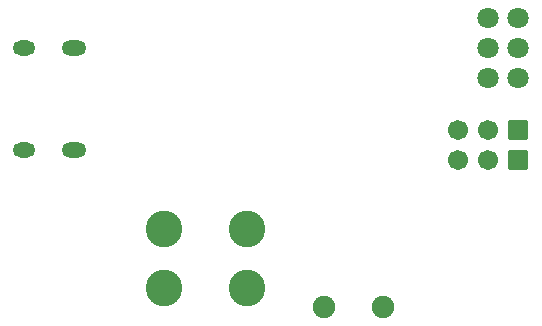
<source format=gbs>
G04 Layer: BottomSolderMaskLayer*
G04 EasyEDA v6.5.39, 2024-01-14 11:16:20*
G04 7225f5b682534d558e40c38ebd35b67e,4e7111fa6b144b4da7037494b399c203,10*
G04 Gerber Generator version 0.2*
G04 Scale: 100 percent, Rotated: No, Reflected: No *
G04 Dimensions in millimeters *
G04 leading zeros omitted , absolute positions ,4 integer and 5 decimal *
%FSLAX45Y45*%
%MOMM*%

%AMMACRO1*1,1,$1,$2,$3*1,1,$1,$4,$5*1,1,$1,0-$2,0-$3*1,1,$1,0-$4,0-$5*20,1,$1,$2,$3,$4,$5,0*20,1,$1,$4,$5,0-$2,0-$3,0*20,1,$1,0-$2,0-$3,0-$4,0-$5,0*20,1,$1,0-$4,0-$5,$2,$3,0*4,1,4,$2,$3,$4,$5,0-$2,0-$3,0-$4,0-$5,$2,$3,0*%
%ADD10C,1.8016*%
%ADD11MACRO1,0.1016X0.8X-0.8X-0.8X-0.8*%
%ADD12C,1.7016*%
%ADD13O,2.1000212X1.3000228*%
%ADD14O,1.9000215999999999X1.3000228*%
%ADD15C,1.9016*%
%ADD16C,3.1016*%

%LPD*%
D10*
G01*
X4747056Y3326104D03*
G01*
X4493056Y3326104D03*
G01*
X4747056Y3580104D03*
G01*
X4493056Y3580104D03*
G01*
X4747056Y3834104D03*
G01*
X4493056Y3834104D03*
D11*
G01*
X4743957Y2886964D03*
G01*
X4743957Y2632964D03*
D12*
G01*
X4489958Y2886963D03*
G01*
X4489958Y2632963D03*
G01*
X4235958Y2886963D03*
G01*
X4235958Y2632963D03*
D13*
G01*
X982522Y3582492D03*
G01*
X982522Y2717495D03*
D14*
G01*
X562508Y3582492D03*
G01*
X562508Y2717495D03*
D15*
G01*
X3599992Y1390014D03*
G01*
X3099993Y1390014D03*
D16*
G01*
X1750009Y2049983D03*
G01*
X1750009Y1549984D03*
G01*
X2450007Y2049983D03*
G01*
X2450007Y1549984D03*
M02*

</source>
